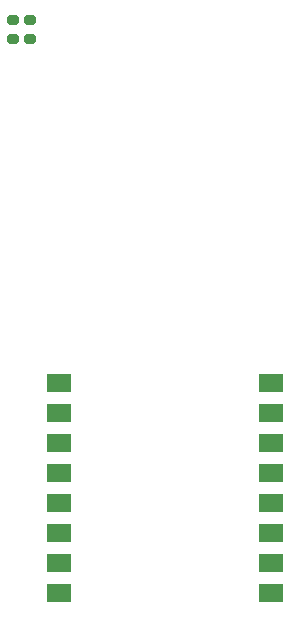
<source format=gbr>
%TF.GenerationSoftware,KiCad,Pcbnew,9.0.0*%
%TF.CreationDate,2025-03-25T20:09:49+01:00*%
%TF.ProjectId,raumtemp_front,7261756d-7465-46d7-905f-66726f6e742e,rev?*%
%TF.SameCoordinates,Original*%
%TF.FileFunction,Paste,Bot*%
%TF.FilePolarity,Positive*%
%FSLAX46Y46*%
G04 Gerber Fmt 4.6, Leading zero omitted, Abs format (unit mm)*
G04 Created by KiCad (PCBNEW 9.0.0) date 2025-03-25 20:09:49*
%MOMM*%
%LPD*%
G01*
G04 APERTURE LIST*
G04 Aperture macros list*
%AMRoundRect*
0 Rectangle with rounded corners*
0 $1 Rounding radius*
0 $2 $3 $4 $5 $6 $7 $8 $9 X,Y pos of 4 corners*
0 Add a 4 corners polygon primitive as box body*
4,1,4,$2,$3,$4,$5,$6,$7,$8,$9,$2,$3,0*
0 Add four circle primitives for the rounded corners*
1,1,$1+$1,$2,$3*
1,1,$1+$1,$4,$5*
1,1,$1+$1,$6,$7*
1,1,$1+$1,$8,$9*
0 Add four rect primitives between the rounded corners*
20,1,$1+$1,$2,$3,$4,$5,0*
20,1,$1+$1,$4,$5,$6,$7,0*
20,1,$1+$1,$6,$7,$8,$9,0*
20,1,$1+$1,$8,$9,$2,$3,0*%
G04 Aperture macros list end*
%ADD10R,2.025000X1.524000*%
%ADD11RoundRect,0.200000X-0.275000X0.200000X-0.275000X-0.200000X0.275000X-0.200000X0.275000X0.200000X0*%
G04 APERTURE END LIST*
D10*
%TO.C,U1*%
X153915000Y-127820000D03*
X153915000Y-130360000D03*
X153915000Y-132900000D03*
X153915000Y-135440000D03*
X153915000Y-140520000D03*
X153915000Y-137980000D03*
X171885000Y-145600000D03*
X153915000Y-145600000D03*
X171885000Y-143060000D03*
X171885000Y-140520000D03*
X171885000Y-137980000D03*
X171885000Y-135440000D03*
X171885000Y-132900000D03*
X171885000Y-130360000D03*
X171885000Y-127820000D03*
X153915000Y-143060000D03*
%TD*%
D11*
%TO.C,R1*%
X150000000Y-97025000D03*
X150000000Y-98675000D03*
%TD*%
%TO.C,R2*%
X151500000Y-97025000D03*
X151500000Y-98675000D03*
%TD*%
M02*

</source>
